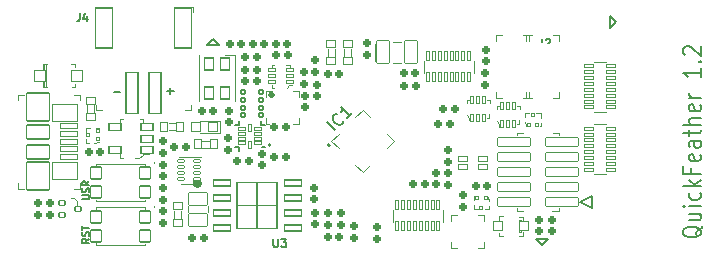
<source format=gbr>
G04 #@! TF.GenerationSoftware,KiCad,Pcbnew,(6.0.7)*
G04 #@! TF.CreationDate,2022-09-05T10:31:39-04:00*
G04 #@! TF.ProjectId,quickfeather-board,71756963-6b66-4656-9174-6865722d626f,rev?*
G04 #@! TF.SameCoordinates,Original*
G04 #@! TF.FileFunction,Legend,Top*
G04 #@! TF.FilePolarity,Positive*
%FSLAX46Y46*%
G04 Gerber Fmt 4.6, Leading zero omitted, Abs format (unit mm)*
G04 Created by KiCad (PCBNEW (6.0.7)) date 2022-09-05 10:31:39*
%MOMM*%
%LPD*%
G01*
G04 APERTURE LIST*
G04 Aperture macros list*
%AMRoundRect*
0 Rectangle with rounded corners*
0 $1 Rounding radius*
0 $2 $3 $4 $5 $6 $7 $8 $9 X,Y pos of 4 corners*
0 Add a 4 corners polygon primitive as box body*
4,1,4,$2,$3,$4,$5,$6,$7,$8,$9,$2,$3,0*
0 Add four circle primitives for the rounded corners*
1,1,$1+$1,$2,$3*
1,1,$1+$1,$4,$5*
1,1,$1+$1,$6,$7*
1,1,$1+$1,$8,$9*
0 Add four rect primitives between the rounded corners*
20,1,$1+$1,$2,$3,$4,$5,0*
20,1,$1+$1,$4,$5,$6,$7,0*
20,1,$1+$1,$6,$7,$8,$9,0*
20,1,$1+$1,$8,$9,$2,$3,0*%
G04 Aperture macros list end*
%ADD10C,0.150000*%
%ADD11C,0.200000*%
%ADD12C,0.100000*%
%ADD13C,0.120000*%
%ADD14C,0.127000*%
%ADD15C,0.400000*%
%ADD16RoundRect,0.070000X0.525000X-0.300000X0.525000X0.300000X-0.525000X0.300000X-0.525000X-0.300000X0*%
%ADD17RoundRect,0.051000X-0.450000X-0.475000X0.450000X-0.475000X0.450000X0.475000X-0.450000X0.475000X0*%
%ADD18RoundRect,0.198500X-0.172500X0.147500X-0.172500X-0.147500X0.172500X-0.147500X0.172500X0.147500X0*%
%ADD19RoundRect,0.051000X0.400000X0.400000X-0.400000X0.400000X-0.400000X-0.400000X0.400000X-0.400000X0*%
%ADD20RoundRect,0.051000X-0.550000X-0.950000X0.550000X-0.950000X0.550000X0.950000X-0.550000X0.950000X0*%
%ADD21RoundRect,0.198500X-0.147500X-0.172500X0.147500X-0.172500X0.147500X0.172500X-0.147500X0.172500X0*%
%ADD22RoundRect,0.198500X0.172500X-0.147500X0.172500X0.147500X-0.172500X0.147500X-0.172500X-0.147500X0*%
%ADD23C,1.102000*%
%ADD24RoundRect,0.198500X0.147500X0.172500X-0.147500X0.172500X-0.147500X-0.172500X0.147500X-0.172500X0*%
%ADD25RoundRect,0.050000X0.150000X-0.150000X0.150000X0.150000X-0.150000X0.150000X-0.150000X-0.150000X0*%
%ADD26RoundRect,0.051000X0.400000X-0.300000X0.400000X0.300000X-0.400000X0.300000X-0.400000X-0.300000X0*%
%ADD27C,1.778000*%
%ADD28RoundRect,0.051000X-0.750000X-1.700000X0.750000X-1.700000X0.750000X1.700000X-0.750000X1.700000X0*%
%ADD29RoundRect,0.051000X-0.500000X-1.750000X0.500000X-1.750000X0.500000X1.750000X-0.500000X1.750000X0*%
%ADD30RoundRect,0.051000X1.395000X-0.370000X1.395000X0.370000X-1.395000X0.370000X-1.395000X-0.370000X0*%
%ADD31RoundRect,0.051000X-0.450000X-0.500000X0.450000X-0.500000X0.450000X0.500000X-0.450000X0.500000X0*%
%ADD32RoundRect,0.051000X-0.175000X-0.175000X0.175000X-0.175000X0.175000X0.175000X-0.175000X0.175000X0*%
%ADD33RoundRect,0.051000X-0.800000X0.550000X-0.800000X-0.550000X0.800000X-0.550000X0.800000X0.550000X0*%
%ADD34RoundRect,0.051000X-0.275000X-0.125000X0.275000X-0.125000X0.275000X0.125000X-0.275000X0.125000X0*%
%ADD35RoundRect,0.051000X0.300000X0.400000X-0.300000X0.400000X-0.300000X-0.400000X0.300000X-0.400000X0*%
%ADD36RoundRect,0.050000X-0.150000X-0.150000X0.150000X-0.150000X0.150000X0.150000X-0.150000X0.150000X0*%
%ADD37RoundRect,0.051000X-0.300000X-0.400000X0.300000X-0.400000X0.300000X0.400000X-0.300000X0.400000X0*%
%ADD38RoundRect,0.051000X-0.325000X0.125000X-0.325000X-0.125000X0.325000X-0.125000X0.325000X0.125000X0*%
%ADD39RoundRect,0.051000X0.125000X0.325000X-0.125000X0.325000X-0.125000X-0.325000X0.125000X-0.325000X0*%
%ADD40C,1.626000*%
%ADD41RoundRect,0.051000X0.300000X-0.150000X0.300000X0.150000X-0.300000X0.150000X-0.300000X-0.150000X0*%
%ADD42RoundRect,0.051000X-0.150000X-0.300000X0.150000X-0.300000X0.150000X0.300000X-0.150000X0.300000X0*%
%ADD43RoundRect,0.051000X0.150000X-0.400000X0.150000X0.400000X-0.150000X0.400000X-0.150000X-0.400000X0*%
%ADD44C,3.403600*%
%ADD45RoundRect,0.051000X-0.400000X-0.150000X0.400000X-0.150000X0.400000X0.150000X-0.400000X0.150000X0*%
%ADD46RoundRect,0.051000X0.375000X-0.225000X0.375000X0.225000X-0.375000X0.225000X-0.375000X-0.225000X0*%
%ADD47C,2.162000*%
%ADD48RoundRect,0.050000X0.150000X0.150000X-0.150000X0.150000X-0.150000X-0.150000X0.150000X-0.150000X0*%
%ADD49RoundRect,0.051000X-0.400000X0.500000X-0.400000X-0.500000X0.400000X-0.500000X0.400000X0.500000X0*%
%ADD50RoundRect,0.051000X0.750000X-0.250000X0.750000X0.250000X-0.750000X0.250000X-0.750000X-0.250000X0*%
%ADD51RoundRect,0.051000X-0.850000X-1.000000X0.850000X-1.000000X0.850000X1.000000X-0.850000X1.000000X0*%
%ADD52RoundRect,0.051000X-0.255000X0.200000X-0.255000X-0.200000X0.255000X-0.200000X0.255000X0.200000X0*%
%ADD53RoundRect,0.051000X-0.690000X-0.225000X0.690000X-0.225000X0.690000X0.225000X-0.690000X0.225000X0*%
%ADD54RoundRect,0.051000X-0.950000X-1.187500X0.950000X-1.187500X0.950000X1.187500X-0.950000X1.187500X0*%
%ADD55RoundRect,0.051000X-0.950000X-0.587500X0.950000X-0.587500X0.950000X0.587500X-0.950000X0.587500X0*%
%ADD56RoundRect,0.051000X-1.050000X-0.737500X1.050000X-0.737500X1.050000X0.737500X-1.050000X0.737500X0*%
%ADD57C,0.342000*%
G04 APERTURE END LIST*
D10*
X129151428Y-113218571D02*
X128865714Y-113418571D01*
X129151428Y-113561428D02*
X128551428Y-113561428D01*
X128551428Y-113332857D01*
X128580000Y-113275714D01*
X128608571Y-113247142D01*
X128665714Y-113218571D01*
X128751428Y-113218571D01*
X128808571Y-113247142D01*
X128837142Y-113275714D01*
X128865714Y-113332857D01*
X128865714Y-113561428D01*
X129122857Y-112990000D02*
X129151428Y-112904285D01*
X129151428Y-112761428D01*
X129122857Y-112704285D01*
X129094285Y-112675714D01*
X129037142Y-112647142D01*
X128980000Y-112647142D01*
X128922857Y-112675714D01*
X128894285Y-112704285D01*
X128865714Y-112761428D01*
X128837142Y-112875714D01*
X128808571Y-112932857D01*
X128780000Y-112961428D01*
X128722857Y-112990000D01*
X128665714Y-112990000D01*
X128608571Y-112961428D01*
X128580000Y-112932857D01*
X128551428Y-112875714D01*
X128551428Y-112732857D01*
X128580000Y-112647142D01*
X128551428Y-112475714D02*
X128551428Y-112132857D01*
X129151428Y-112304285D02*
X128551428Y-112304285D01*
X136050000Y-100966666D02*
X136050000Y-100433333D01*
X136316666Y-100700000D02*
X135783333Y-100700000D01*
X131766666Y-100750000D02*
X131233333Y-100750000D01*
D11*
X181081728Y-112153600D02*
X181010300Y-112277409D01*
X180867442Y-112401219D01*
X180653157Y-112586933D01*
X180581728Y-112710742D01*
X180581728Y-112834552D01*
X180938871Y-112772647D02*
X180867442Y-112896457D01*
X180724585Y-113020266D01*
X180438871Y-113082171D01*
X179938871Y-113082171D01*
X179653157Y-113020266D01*
X179510300Y-112896457D01*
X179438871Y-112772647D01*
X179438871Y-112525028D01*
X179510300Y-112401219D01*
X179653157Y-112277409D01*
X179938871Y-112215504D01*
X180438871Y-112215504D01*
X180724585Y-112277409D01*
X180867442Y-112401219D01*
X180938871Y-112525028D01*
X180938871Y-112772647D01*
X179938871Y-111101219D02*
X180938871Y-111101219D01*
X179938871Y-111658361D02*
X180724585Y-111658361D01*
X180867442Y-111596457D01*
X180938871Y-111472647D01*
X180938871Y-111286933D01*
X180867442Y-111163123D01*
X180796014Y-111101219D01*
X180938871Y-110482171D02*
X179938871Y-110482171D01*
X179438871Y-110482171D02*
X179510300Y-110544076D01*
X179581728Y-110482171D01*
X179510300Y-110420266D01*
X179438871Y-110482171D01*
X179581728Y-110482171D01*
X180867442Y-109305980D02*
X180938871Y-109429790D01*
X180938871Y-109677409D01*
X180867442Y-109801219D01*
X180796014Y-109863123D01*
X180653157Y-109925028D01*
X180224585Y-109925028D01*
X180081728Y-109863123D01*
X180010300Y-109801219D01*
X179938871Y-109677409D01*
X179938871Y-109429790D01*
X180010300Y-109305980D01*
X180938871Y-108748838D02*
X179438871Y-108748838D01*
X180367442Y-108625028D02*
X180938871Y-108253600D01*
X179938871Y-108253600D02*
X180510300Y-108748838D01*
X180153157Y-107263123D02*
X180153157Y-107696457D01*
X180938871Y-107696457D02*
X179438871Y-107696457D01*
X179438871Y-107077409D01*
X180867442Y-106086933D02*
X180938871Y-106210742D01*
X180938871Y-106458361D01*
X180867442Y-106582171D01*
X180724585Y-106644076D01*
X180153157Y-106644076D01*
X180010300Y-106582171D01*
X179938871Y-106458361D01*
X179938871Y-106210742D01*
X180010300Y-106086933D01*
X180153157Y-106025028D01*
X180296014Y-106025028D01*
X180438871Y-106644076D01*
X180938871Y-104910742D02*
X180153157Y-104910742D01*
X180010300Y-104972647D01*
X179938871Y-105096457D01*
X179938871Y-105344076D01*
X180010300Y-105467885D01*
X180867442Y-104910742D02*
X180938871Y-105034552D01*
X180938871Y-105344076D01*
X180867442Y-105467885D01*
X180724585Y-105529790D01*
X180581728Y-105529790D01*
X180438871Y-105467885D01*
X180367442Y-105344076D01*
X180367442Y-105034552D01*
X180296014Y-104910742D01*
X179938871Y-104477409D02*
X179938871Y-103982171D01*
X179438871Y-104291695D02*
X180724585Y-104291695D01*
X180867442Y-104229790D01*
X180938871Y-104105980D01*
X180938871Y-103982171D01*
X180938871Y-103548838D02*
X179438871Y-103548838D01*
X180938871Y-102991695D02*
X180153157Y-102991695D01*
X180010300Y-103053600D01*
X179938871Y-103177409D01*
X179938871Y-103363123D01*
X180010300Y-103486933D01*
X180081728Y-103548838D01*
X180867442Y-101877409D02*
X180938871Y-102001219D01*
X180938871Y-102248838D01*
X180867442Y-102372647D01*
X180724585Y-102434552D01*
X180153157Y-102434552D01*
X180010300Y-102372647D01*
X179938871Y-102248838D01*
X179938871Y-102001219D01*
X180010300Y-101877409D01*
X180153157Y-101815504D01*
X180296014Y-101815504D01*
X180438871Y-102434552D01*
X180938871Y-101258361D02*
X179938871Y-101258361D01*
X180224585Y-101258361D02*
X180081728Y-101196457D01*
X180010300Y-101134552D01*
X179938871Y-101010742D01*
X179938871Y-100886933D01*
X180938871Y-98782171D02*
X180938871Y-99525028D01*
X180938871Y-99153600D02*
X179438871Y-99153600D01*
X179653157Y-99277409D01*
X179796014Y-99401219D01*
X179867442Y-99525028D01*
X180796014Y-98225028D02*
X180867442Y-98163123D01*
X180938871Y-98225028D01*
X180867442Y-98286933D01*
X180796014Y-98225028D01*
X180938871Y-98225028D01*
X179581728Y-97667885D02*
X179510300Y-97605980D01*
X179438871Y-97482171D01*
X179438871Y-97172647D01*
X179510300Y-97048838D01*
X179581728Y-96986933D01*
X179724585Y-96925028D01*
X179867442Y-96925028D01*
X180081728Y-96986933D01*
X180938871Y-97729790D01*
X180938871Y-96925028D01*
D10*
X128571428Y-109887142D02*
X129057142Y-109887142D01*
X129114285Y-109858571D01*
X129142857Y-109830000D01*
X129171428Y-109772857D01*
X129171428Y-109658571D01*
X129142857Y-109601428D01*
X129114285Y-109572857D01*
X129057142Y-109544285D01*
X128571428Y-109544285D01*
X129142857Y-109287142D02*
X129171428Y-109201428D01*
X129171428Y-109058571D01*
X129142857Y-109001428D01*
X129114285Y-108972857D01*
X129057142Y-108944285D01*
X129000000Y-108944285D01*
X128942857Y-108972857D01*
X128914285Y-109001428D01*
X128885714Y-109058571D01*
X128857142Y-109172857D01*
X128828571Y-109230000D01*
X128800000Y-109258571D01*
X128742857Y-109287142D01*
X128685714Y-109287142D01*
X128628571Y-109258571D01*
X128600000Y-109230000D01*
X128571428Y-109172857D01*
X128571428Y-109030000D01*
X128600000Y-108944285D01*
X129171428Y-108344285D02*
X128885714Y-108544285D01*
X129171428Y-108687142D02*
X128571428Y-108687142D01*
X128571428Y-108458571D01*
X128600000Y-108401428D01*
X128628571Y-108372857D01*
X128685714Y-108344285D01*
X128771428Y-108344285D01*
X128828571Y-108372857D01*
X128857142Y-108401428D01*
X128885714Y-108458571D01*
X128885714Y-108687142D01*
X128366666Y-94116666D02*
X128366666Y-94616666D01*
X128333333Y-94716666D01*
X128266666Y-94783333D01*
X128166666Y-94816666D01*
X128100000Y-94816666D01*
X129000000Y-94350000D02*
X129000000Y-94816666D01*
X128833333Y-94083333D02*
X128666666Y-94583333D01*
X129100000Y-94583333D01*
X167506566Y-96296066D02*
X167506566Y-96796066D01*
X167473233Y-96896066D01*
X167406566Y-96962733D01*
X167306566Y-96996066D01*
X167239900Y-96996066D01*
X167806566Y-96362733D02*
X167839900Y-96329400D01*
X167906566Y-96296066D01*
X168073233Y-96296066D01*
X168139900Y-96329400D01*
X168173233Y-96362733D01*
X168206566Y-96429400D01*
X168206566Y-96496066D01*
X168173233Y-96596066D01*
X167773233Y-96996066D01*
X168206566Y-96996066D01*
X144756666Y-113206666D02*
X144756666Y-113773333D01*
X144790000Y-113840000D01*
X144823333Y-113873333D01*
X144890000Y-113906666D01*
X145023333Y-113906666D01*
X145090000Y-113873333D01*
X145123333Y-113840000D01*
X145156666Y-113773333D01*
X145156666Y-113206666D01*
X145423333Y-113206666D02*
X145856666Y-113206666D01*
X145623333Y-113473333D01*
X145723333Y-113473333D01*
X145790000Y-113506666D01*
X145823333Y-113540000D01*
X145856666Y-113606666D01*
X145856666Y-113773333D01*
X145823333Y-113840000D01*
X145790000Y-113873333D01*
X145723333Y-113906666D01*
X145523333Y-113906666D01*
X145456666Y-113873333D01*
X145423333Y-113840000D01*
X150012366Y-104014308D02*
X149305259Y-103307201D01*
X150685801Y-103206186D02*
X150685801Y-103273530D01*
X150618458Y-103408217D01*
X150551114Y-103475560D01*
X150416427Y-103542904D01*
X150281740Y-103542904D01*
X150180725Y-103509232D01*
X150012366Y-103408217D01*
X149911351Y-103307201D01*
X149810336Y-103138843D01*
X149776664Y-103037827D01*
X149776664Y-102903140D01*
X149844007Y-102768453D01*
X149911351Y-102701110D01*
X150046038Y-102633766D01*
X150113381Y-102633766D01*
X151426580Y-102600094D02*
X151022519Y-103004156D01*
X151224549Y-102802125D02*
X150517443Y-102095018D01*
X150551114Y-102263377D01*
X150551114Y-102398064D01*
X150517443Y-102499079D01*
D12*
X133735300Y-103076700D02*
X133435300Y-103076700D01*
X133410300Y-106376700D02*
X133035300Y-106376700D01*
X133410300Y-106376700D02*
X133735300Y-106151700D01*
X131735300Y-103076700D02*
X132060300Y-103076700D01*
X133735300Y-103401700D02*
X133735300Y-103076700D01*
X131735300Y-106051700D02*
X131735300Y-106376700D01*
X131735300Y-103376700D02*
X131735300Y-103076700D01*
X133735300Y-106151700D02*
X133735300Y-106051700D01*
X133735300Y-106051700D02*
X134260300Y-106051700D01*
X131735300Y-106376700D02*
X132035300Y-106376700D01*
X125375000Y-98451700D02*
X125375000Y-100401700D01*
X125475000Y-98451700D02*
X125475000Y-100401700D01*
X127925000Y-100151700D02*
X127925000Y-100401700D01*
X127925000Y-100401700D02*
X127675000Y-100401700D01*
X125275000Y-98451700D02*
X125275000Y-100401700D01*
X127925000Y-98451700D02*
X127925000Y-98676700D01*
X125625000Y-100401700D02*
X125275000Y-100401700D01*
X125625000Y-98451700D02*
X125275000Y-98451700D01*
X127625000Y-98451700D02*
X127925000Y-98451700D01*
D13*
X140230000Y-104230000D02*
X140230000Y-104030000D01*
X140030000Y-104230000D02*
X138530000Y-104230000D01*
X140230000Y-104030000D02*
X140230000Y-103230000D01*
X140030000Y-104230000D02*
X140130000Y-104230000D01*
X140130000Y-104230000D02*
X140230000Y-104230000D01*
X140230000Y-103230000D02*
X138530000Y-103230000D01*
D12*
X155230000Y-96530000D02*
X154930000Y-96530000D01*
X155230000Y-98330000D02*
X155530000Y-98330000D01*
X153330000Y-96730000D02*
X153330000Y-98130000D01*
X155230000Y-98330000D02*
X154930000Y-98330000D01*
X155230000Y-96530000D02*
X155530000Y-96530000D01*
X129725000Y-105100000D02*
X129825000Y-105025000D01*
X129725000Y-103800000D02*
X130000000Y-103800000D01*
X128900000Y-103800000D02*
X129275000Y-103800000D01*
X130000000Y-103800000D02*
X130000000Y-103900000D01*
X128900000Y-104200000D02*
X128900000Y-103800000D01*
X128900000Y-104775000D02*
X128900000Y-105100000D01*
X128900000Y-105100000D02*
X129175000Y-105100000D01*
X129725000Y-105100000D02*
X129600000Y-105100000D01*
X129825000Y-105025000D02*
X129975000Y-105025000D01*
D13*
X149950000Y-97750000D02*
X149950000Y-97150000D01*
X149350000Y-97750000D02*
X149350000Y-97150000D01*
X151340000Y-97750000D02*
X151340000Y-97150000D01*
X150740000Y-97750000D02*
X150740000Y-97150000D01*
D10*
X168037000Y-113227000D02*
X166987000Y-113227000D01*
X166987000Y-113227000D02*
X167512000Y-113752000D01*
X167512000Y-113752000D02*
X168037000Y-113227000D01*
D12*
X137819100Y-102350000D02*
X137819100Y-101850000D01*
X129619100Y-93550000D02*
X130119100Y-93550000D01*
X129619100Y-93550000D02*
X129619100Y-94050000D01*
X137919100Y-93550000D02*
X137919100Y-94050000D01*
X137819100Y-102350000D02*
X137319100Y-102350000D01*
X137919100Y-93550000D02*
X137419100Y-93550000D01*
X129719100Y-102350000D02*
X130219100Y-102350000D01*
X129719100Y-102350000D02*
X129719100Y-101850000D01*
X165360000Y-104243600D02*
X165860000Y-104243600D01*
D11*
X170716000Y-110083600D02*
X171732000Y-110591600D01*
X171732000Y-110591600D02*
X171732000Y-109575600D01*
D12*
X168960000Y-110843600D02*
X168360000Y-110843600D01*
X168960000Y-104243600D02*
X168460000Y-104243600D01*
X165360000Y-110643600D02*
X165360000Y-110843600D01*
X165360000Y-104443600D02*
X165360000Y-104243600D01*
X165360000Y-110843600D02*
X165860000Y-110843600D01*
X168960000Y-104443600D02*
X168960000Y-104243600D01*
X168960000Y-110643600D02*
X168960000Y-110843600D01*
D11*
X171732000Y-109575600D02*
X170716000Y-110083600D01*
D13*
X129730000Y-106850000D02*
X133930000Y-106850000D01*
X129730000Y-110050000D02*
X133930000Y-110050000D01*
X129730000Y-110030000D02*
X129730000Y-109910000D01*
X133930000Y-106850000D02*
X133930000Y-106970000D01*
X129730000Y-106850000D02*
X129730000Y-106970000D01*
X133930000Y-110050000D02*
X133930000Y-109950000D01*
D14*
X134712250Y-106813200D02*
G75*
G03*
X134712250Y-106813200I-15650J0D01*
G01*
D15*
X144680000Y-101007000D02*
G75*
G03*
X144680000Y-101007000I-100000J0D01*
G01*
D13*
X137530000Y-110480000D02*
X137530000Y-110980000D01*
X139230000Y-110480000D02*
X139230000Y-110980000D01*
X136960000Y-108550000D02*
X138260000Y-108550000D01*
X136735000Y-106250000D02*
X138635000Y-106250000D01*
X139350000Y-104900000D02*
X138750000Y-104900000D01*
X139350000Y-105500000D02*
X138750000Y-105500000D01*
X136380000Y-111480000D02*
X136380000Y-110880000D01*
X136980000Y-111480000D02*
X136980000Y-110880000D01*
X129590000Y-102530000D02*
X129590000Y-101930000D01*
X128990000Y-102530000D02*
X128990000Y-101930000D01*
D12*
X166425000Y-102590000D02*
X166100000Y-102590000D01*
X167000000Y-102590000D02*
X167400000Y-102590000D01*
X167400000Y-103690000D02*
X167300000Y-103690000D01*
X167400000Y-102590000D02*
X167400000Y-102965000D01*
X166175000Y-103515000D02*
X166175000Y-103665000D01*
X166100000Y-102590000D02*
X166100000Y-102865000D01*
X166100000Y-103415000D02*
X166175000Y-103515000D01*
X166100000Y-103415000D02*
X166100000Y-103290000D01*
X167400000Y-103415000D02*
X167400000Y-103690000D01*
D13*
X135890000Y-104020000D02*
X136490000Y-104020000D01*
X135890000Y-103420000D02*
X136490000Y-103420000D01*
D10*
X141850000Y-105470000D02*
X141850000Y-105770000D01*
X141550000Y-103570000D02*
X141850000Y-103570000D01*
X143750000Y-103570000D02*
X143750000Y-103270000D01*
X141850000Y-103570000D02*
X141850000Y-103270000D01*
X141550000Y-105470000D02*
X141850000Y-105470000D01*
X144050000Y-103570000D02*
X143750000Y-103570000D01*
X144050000Y-105470000D02*
X143775000Y-105470000D01*
X144536158Y-105270000D02*
G75*
G03*
X144536158Y-105270000I-76158J0D01*
G01*
D12*
X166151000Y-95983000D02*
X166151000Y-96483000D01*
X168951000Y-101283000D02*
X168451000Y-101283000D01*
X168951000Y-95983000D02*
X168951000Y-96483000D01*
X166151000Y-101283000D02*
X166651000Y-101283000D01*
X166151000Y-101283000D02*
X166151000Y-100783000D01*
X166151000Y-95983000D02*
X166651000Y-95983000D01*
X168951000Y-95983000D02*
X168451000Y-95983000D01*
X168951000Y-101283000D02*
X168951000Y-100783000D01*
D13*
X129730000Y-110550000D02*
X133930000Y-110550000D01*
X129730000Y-113730000D02*
X129730000Y-113610000D01*
X133930000Y-110550000D02*
X133930000Y-110670000D01*
X133930000Y-113750000D02*
X133930000Y-113650000D01*
X129730000Y-110550000D02*
X129730000Y-110670000D01*
X129730000Y-113750000D02*
X133930000Y-113750000D01*
D14*
X134712250Y-110513200D02*
G75*
G03*
X134712250Y-110513200I-15650J0D01*
G01*
D12*
X144605000Y-100415000D02*
X144605000Y-100215000D01*
X146155000Y-98665000D02*
X146155000Y-98490000D01*
X146105000Y-100215000D02*
X146330000Y-100215000D01*
X146155000Y-98490000D02*
X145805000Y-98490000D01*
X145880000Y-100415000D02*
X146105000Y-100215000D01*
X144605000Y-98665000D02*
X144605000Y-98465000D01*
X144605000Y-98465000D02*
X144855000Y-98465000D01*
X144605000Y-100415000D02*
X144855000Y-100415000D01*
X163865000Y-103485000D02*
X163865000Y-103710000D01*
X165590000Y-103535000D02*
X165590000Y-103185000D01*
X165415000Y-103535000D02*
X165590000Y-103535000D01*
X163665000Y-101985000D02*
X163865000Y-101985000D01*
X163665000Y-101985000D02*
X163665000Y-102235000D01*
X165615000Y-101985000D02*
X165615000Y-102235000D01*
X163665000Y-103260000D02*
X163865000Y-103485000D01*
X165415000Y-101985000D02*
X165615000Y-101985000D01*
X163065000Y-101455000D02*
X163065000Y-101705000D01*
X163040000Y-103005000D02*
X163040000Y-102655000D01*
X161315000Y-102955000D02*
X161315000Y-103180000D01*
X161115000Y-102730000D02*
X161315000Y-102955000D01*
X161115000Y-101455000D02*
X161115000Y-101705000D01*
X162865000Y-103005000D02*
X163040000Y-103005000D01*
X162865000Y-101455000D02*
X163065000Y-101455000D01*
X161115000Y-101455000D02*
X161315000Y-101455000D01*
X166411100Y-95983600D02*
X165911100Y-95983600D01*
X163611100Y-101283600D02*
X163611100Y-100783600D01*
X163611100Y-101283600D02*
X164111100Y-101283600D01*
X163611100Y-95983600D02*
X164111100Y-95983600D01*
X163611100Y-95983600D02*
X163611100Y-96483600D01*
X166411100Y-95983600D02*
X166411100Y-96483600D01*
X166411100Y-101283600D02*
X165911100Y-101283600D01*
X166411100Y-101283600D02*
X166411100Y-100783600D01*
D13*
X159110000Y-110760000D02*
X159110000Y-111760000D01*
X154870000Y-110760000D02*
X154870000Y-111760000D01*
X172911000Y-102463000D02*
X171911000Y-102463000D01*
X172911000Y-98223000D02*
X171911000Y-98223000D01*
D12*
X163030000Y-110720000D02*
X163030000Y-110445000D01*
X161730000Y-109620000D02*
X161830000Y-109620000D01*
X162955000Y-109795000D02*
X162955000Y-109645000D01*
X161730000Y-110720000D02*
X161730000Y-110345000D01*
X162130000Y-110720000D02*
X161730000Y-110720000D01*
X162705000Y-110720000D02*
X163030000Y-110720000D01*
X163030000Y-109895000D02*
X162955000Y-109795000D01*
X163030000Y-109895000D02*
X163030000Y-110020000D01*
X161730000Y-109895000D02*
X161730000Y-109620000D01*
D13*
X140700000Y-97680000D02*
X141500000Y-97680000D01*
X138500000Y-97680000D02*
X138500000Y-101580000D01*
X141500000Y-97680000D02*
X141500000Y-101580000D01*
X157480000Y-98140000D02*
X157480000Y-99140000D01*
X161720000Y-98140000D02*
X161720000Y-99140000D01*
D12*
X144150000Y-100670000D02*
X144650000Y-100670000D01*
X146948100Y-103470000D02*
X146448100Y-103470000D01*
X146948100Y-100670000D02*
X146948100Y-101170000D01*
X146948100Y-100670000D02*
X146448100Y-100670000D01*
X144150000Y-100670000D02*
X144150000Y-101170000D01*
X144150000Y-103470000D02*
X144650000Y-103470000D01*
X144150000Y-103470000D02*
X144150000Y-102970000D01*
X146948100Y-103470000D02*
X146948100Y-102970000D01*
X159796000Y-114024000D02*
X160296000Y-114024000D01*
X159796000Y-111224000D02*
X160296000Y-111224000D01*
X159796000Y-114024000D02*
X159796000Y-113524000D01*
X162594100Y-111224000D02*
X162594100Y-111724000D01*
X159796000Y-111224000D02*
X159796000Y-111724000D01*
X162594100Y-114024000D02*
X162594100Y-113524000D01*
X162594100Y-114024000D02*
X162094100Y-114024000D01*
X162594100Y-111224000D02*
X162094100Y-111224000D01*
X165595300Y-111651700D02*
X165595300Y-112651700D01*
X165595300Y-112651700D02*
X165695300Y-112651700D01*
X165920300Y-111636700D02*
X165920300Y-111336700D01*
X165545300Y-112976700D02*
X165920300Y-112976700D01*
X163870300Y-111651700D02*
X163870300Y-111326700D01*
X165695300Y-112651700D02*
X165695300Y-111651700D01*
X163870300Y-111326700D02*
X164170300Y-111326700D01*
X165545300Y-111336700D02*
X165920300Y-111336700D01*
X164195300Y-112976700D02*
X163870300Y-112976700D01*
X163870300Y-112976700D02*
X163870300Y-112701700D01*
X165920300Y-112976700D02*
X165920300Y-112676700D01*
X165695300Y-111651700D02*
X165595300Y-111651700D01*
D10*
X139636000Y-96278000D02*
X139111000Y-96803000D01*
X139111000Y-96803000D02*
X140161000Y-96803000D01*
X140161000Y-96803000D02*
X139636000Y-96278000D01*
X173760000Y-94882000D02*
X173235000Y-94357000D01*
X173235000Y-95407000D02*
X173760000Y-94882000D01*
X173235000Y-94357000D02*
X173235000Y-95407000D01*
D13*
X172911000Y-107763000D02*
X171911000Y-107763000D01*
X172911000Y-103523000D02*
X171911000Y-103523000D01*
D15*
X138520000Y-108500000D02*
G75*
G03*
X138520000Y-108500000I-200000J0D01*
G01*
D12*
X128095060Y-109976700D02*
X128095060Y-110426700D01*
X127595060Y-109776700D02*
X127895060Y-109776700D01*
X128095060Y-110426700D02*
X128295060Y-110426700D01*
X127895060Y-109776700D02*
X128095060Y-109976700D01*
X123120000Y-101003600D02*
X123120000Y-101503600D01*
X128370000Y-109003600D02*
X127870000Y-109003600D01*
X123120000Y-109003600D02*
X123620000Y-109003600D01*
X123120000Y-109003600D02*
X123120000Y-108503600D01*
X123120000Y-101003600D02*
X123670000Y-101003600D01*
X128370000Y-101003600D02*
X127870000Y-101003600D01*
X128370000Y-101003600D02*
X128370000Y-101503600D01*
X128120000Y-103403600D02*
X126820000Y-103403600D01*
X128370000Y-109003600D02*
X128370000Y-108503600D01*
D13*
X152946018Y-106974561D02*
X152327300Y-107593279D01*
X152327300Y-107593279D02*
X151708582Y-106974561D01*
X151708582Y-102922839D02*
X152327300Y-102304121D01*
X151708582Y-102922839D02*
X152327300Y-102304121D01*
X149682721Y-104948700D02*
X150301439Y-104329982D01*
X152327300Y-102304121D02*
X152946018Y-102922839D01*
X154353161Y-105567418D02*
X154971879Y-104948700D01*
X152327300Y-102304121D02*
X152946018Y-102922839D01*
X154971879Y-104948700D02*
X154353161Y-104329982D01*
X152327300Y-102304121D02*
X152946018Y-102922839D01*
X149682721Y-104948700D02*
X150301439Y-105567418D01*
X151708582Y-102922839D02*
X152327300Y-102304121D01*
D11*
X149553618Y-105307910D02*
G75*
G03*
X149553618Y-105307910I-100000J0D01*
G01*
%LPC*%
D16*
X134085300Y-105676700D03*
X134085300Y-104726700D03*
X134085300Y-103776700D03*
X131385300Y-103776700D03*
X131385300Y-105676700D03*
D17*
X128175000Y-99426700D03*
X125025000Y-99426700D03*
D18*
X135400000Y-104975000D03*
X135400000Y-105945000D03*
D19*
X139680000Y-103730000D03*
X138180000Y-103730000D03*
D20*
X154025000Y-97430000D03*
X156435000Y-97430000D03*
D21*
X155805000Y-99210000D03*
X156775000Y-99210000D03*
D22*
X148430000Y-101135000D03*
X148430000Y-100165000D03*
D21*
X137885000Y-113110000D03*
X138855000Y-113110000D03*
D18*
X150470300Y-111066700D03*
X150470300Y-112036700D03*
X148220000Y-108895000D03*
X148220000Y-109865000D03*
D23*
X148160000Y-96710000D03*
X147140000Y-97720000D03*
D18*
X148250000Y-111035000D03*
X148250000Y-112005000D03*
D24*
X145796000Y-103723000D03*
X144826000Y-103723000D03*
D22*
X148300000Y-99085000D03*
X148300000Y-98115000D03*
X140980000Y-103330000D03*
X140980000Y-102360000D03*
D25*
X129875000Y-104800000D03*
X129875000Y-104100000D03*
X129025000Y-104450000D03*
D24*
X130110300Y-105826700D03*
X129140300Y-105826700D03*
D21*
X145005000Y-97670000D03*
X145975000Y-97670000D03*
D22*
X152660000Y-97635000D03*
X152660000Y-96665000D03*
D24*
X150325000Y-99230000D03*
X149355000Y-99230000D03*
D21*
X158715000Y-103520000D03*
X159685000Y-103520000D03*
D26*
X149650000Y-98150000D03*
X149650000Y-96750000D03*
D24*
X145800000Y-106320000D03*
X144830000Y-106320000D03*
D26*
X151040000Y-98150000D03*
X151040000Y-96750000D03*
D21*
X156625000Y-108590000D03*
X157595000Y-108590000D03*
D18*
X162720000Y-99185000D03*
X162720000Y-100155000D03*
D27*
X167537000Y-115187000D03*
X164997000Y-115187000D03*
X162457000Y-115187000D03*
X159917000Y-115187000D03*
X157377000Y-115187000D03*
X154837000Y-115187000D03*
X152297000Y-115187000D03*
X149757000Y-115187000D03*
X147217000Y-115187000D03*
X144677000Y-115187000D03*
X142137000Y-115187000D03*
X139597000Y-115187000D03*
X137047000Y-115187000D03*
X134507000Y-115187000D03*
X131967000Y-115187000D03*
X129427000Y-115187000D03*
D28*
X130419100Y-95350000D03*
X137119100Y-95350000D03*
D29*
X132769100Y-100900000D03*
X134769100Y-100900000D03*
D24*
X139685000Y-102420000D03*
X138715000Y-102420000D03*
D30*
X169195000Y-110083600D03*
X165125000Y-110083600D03*
X169195000Y-108813600D03*
X165125000Y-108813600D03*
X169195000Y-107543600D03*
X165125000Y-107543600D03*
X169195000Y-106273600D03*
X165125000Y-106273600D03*
X169195000Y-105003600D03*
X165125000Y-105003600D03*
D24*
X162875000Y-108740000D03*
X161905000Y-108740000D03*
X143355000Y-97790000D03*
X142385000Y-97790000D03*
D18*
X159570000Y-105725000D03*
X159570000Y-106695000D03*
D31*
X133880000Y-107650000D03*
X133880000Y-109250000D03*
X129780000Y-107650000D03*
X129780000Y-109250000D03*
D21*
X142385000Y-99850000D03*
X143355000Y-99850000D03*
D32*
X143675000Y-100810000D03*
X143675000Y-101460000D03*
X143675000Y-102110000D03*
X143675000Y-102760000D03*
X142225000Y-102760000D03*
X142225000Y-102110000D03*
X142225000Y-101460000D03*
X142225000Y-100810000D03*
D33*
X138380000Y-109830000D03*
X138380000Y-111630000D03*
D22*
X135390000Y-107935000D03*
X135390000Y-106965000D03*
D34*
X136935000Y-106650000D03*
X136935000Y-107150000D03*
X136935000Y-107650000D03*
X136935000Y-108150000D03*
X138285000Y-108150000D03*
X138285000Y-107650000D03*
X138285000Y-107150000D03*
X138285000Y-106650000D03*
D22*
X135380000Y-111865000D03*
X135380000Y-110895000D03*
X135400000Y-109925000D03*
X135400000Y-108955000D03*
D35*
X139750000Y-105200000D03*
X138350000Y-105200000D03*
D26*
X136680000Y-111880000D03*
X136680000Y-110480000D03*
X129290000Y-102930000D03*
X129290000Y-101530000D03*
D24*
X143345000Y-98900000D03*
X142375000Y-98900000D03*
D22*
X147480000Y-102055000D03*
X147480000Y-101085000D03*
D36*
X166400000Y-103565000D03*
X167100000Y-103565000D03*
X166750000Y-102715000D03*
D37*
X135490000Y-103720000D03*
X136890000Y-103720000D03*
D18*
X149360000Y-111055000D03*
X149360000Y-112025000D03*
D22*
X159560000Y-108625000D03*
X159560000Y-107655000D03*
D18*
X168380000Y-111615000D03*
X168380000Y-112585000D03*
X124800000Y-110205000D03*
X124800000Y-111175000D03*
X158520000Y-107645000D03*
X158520000Y-108615000D03*
D38*
X143500000Y-105145000D03*
X143500000Y-104750000D03*
X143500000Y-104350000D03*
X143500000Y-103950000D03*
D39*
X142800000Y-103800000D03*
D38*
X142100000Y-103950000D03*
X142100000Y-104350000D03*
X142100000Y-104750000D03*
X142100000Y-105145000D03*
D39*
X142800000Y-105240000D03*
D22*
X140901000Y-105678000D03*
X140901000Y-104708000D03*
X143841000Y-106978000D03*
X143841000Y-106008000D03*
D21*
X141696000Y-106623000D03*
X142666000Y-106623000D03*
D40*
X167551000Y-97383000D03*
X167531000Y-99923000D03*
D22*
X167270300Y-112586700D03*
X167270300Y-111616700D03*
D31*
X133880000Y-111350000D03*
X133880000Y-112950000D03*
X129780000Y-111350000D03*
X129780000Y-112950000D03*
D41*
X146130000Y-99940000D03*
X146130000Y-99440000D03*
X146130000Y-98940000D03*
X144630000Y-98940000D03*
X144630000Y-99440000D03*
X144630000Y-99940000D03*
D42*
X164140000Y-103510000D03*
X164640000Y-103510000D03*
X165140000Y-103510000D03*
X165140000Y-102010000D03*
X164640000Y-102010000D03*
X164140000Y-102010000D03*
X161590000Y-102980000D03*
X162090000Y-102980000D03*
X162590000Y-102980000D03*
X162590000Y-101480000D03*
X162090000Y-101480000D03*
X161590000Y-101480000D03*
D40*
X165011100Y-97383600D03*
X164991100Y-99923600D03*
D22*
X162730000Y-98185000D03*
X162730000Y-97215000D03*
D24*
X145955000Y-96750000D03*
X144985000Y-96750000D03*
D21*
X143015000Y-96740000D03*
X143985000Y-96740000D03*
D24*
X142025000Y-96750000D03*
X141055000Y-96750000D03*
D43*
X155240000Y-112160000D03*
X155740000Y-112160000D03*
X156240000Y-112160000D03*
X156740000Y-112160000D03*
X157240000Y-112160000D03*
X157740000Y-112160000D03*
X158240000Y-112160000D03*
X158740000Y-112160000D03*
X158740000Y-110360000D03*
X158240000Y-110360000D03*
X157740000Y-110360000D03*
X157240000Y-110360000D03*
X156740000Y-110360000D03*
X156240000Y-110360000D03*
X155740000Y-110360000D03*
X155240000Y-110360000D03*
D44*
X125655100Y-96089600D03*
X125655100Y-113869600D03*
X171375100Y-113869600D03*
X171375100Y-96089600D03*
D45*
X171511000Y-98593000D03*
X171511000Y-99093000D03*
X171511000Y-99593000D03*
X171511000Y-100093000D03*
X171511000Y-100593000D03*
X171511000Y-101093000D03*
X171511000Y-101593000D03*
X171511000Y-102093000D03*
X173311000Y-102093000D03*
X173311000Y-101593000D03*
X173311000Y-101093000D03*
X173311000Y-100593000D03*
X173311000Y-100093000D03*
X173311000Y-99593000D03*
X173311000Y-99093000D03*
X173311000Y-98593000D03*
D46*
X160840000Y-107170000D03*
X160840000Y-106470000D03*
X162540000Y-107170000D03*
X162540000Y-106460000D03*
D47*
X161690000Y-104980000D03*
D24*
X156815000Y-100260000D03*
X155845000Y-100260000D03*
X160135000Y-102250000D03*
X159165000Y-102250000D03*
D48*
X162730000Y-109745000D03*
X162030000Y-109745000D03*
X162380000Y-110595000D03*
D49*
X140700000Y-98380000D03*
X140700000Y-100880000D03*
X139300000Y-100880000D03*
X139300000Y-98380000D03*
D43*
X157850000Y-99540000D03*
X158350000Y-99540000D03*
X158850000Y-99540000D03*
X159350000Y-99540000D03*
X159850000Y-99540000D03*
X160350000Y-99540000D03*
X160850000Y-99540000D03*
X161350000Y-99540000D03*
X161350000Y-97740000D03*
X160850000Y-97740000D03*
X160350000Y-97740000D03*
X159850000Y-97740000D03*
X159350000Y-97740000D03*
X158850000Y-97740000D03*
X158350000Y-97740000D03*
X157850000Y-97740000D03*
D23*
X158530000Y-106490000D03*
D40*
X145550000Y-102070000D03*
X161196000Y-112624000D03*
D22*
X160850000Y-110515000D03*
X160850000Y-109545000D03*
D18*
X147350000Y-99125000D03*
X147350000Y-100095000D03*
D19*
X163770300Y-112151700D03*
X166020300Y-112151700D03*
D27*
X139611000Y-94843000D03*
X142151000Y-94843000D03*
X144691000Y-94843000D03*
X147231000Y-94843000D03*
X149771000Y-94843000D03*
X152311000Y-94843000D03*
X154851000Y-94843000D03*
X157391000Y-94843000D03*
X159931000Y-94843000D03*
X162471000Y-94843000D03*
X165011000Y-94843000D03*
X167551000Y-94843000D03*
X175195000Y-94857000D03*
X177711000Y-94843000D03*
X175195000Y-97383000D03*
X177711000Y-97383000D03*
X175171000Y-99923000D03*
X177711000Y-99923000D03*
X175195000Y-102463000D03*
X177711000Y-102463000D03*
X175171000Y-105003000D03*
X177711000Y-105003000D03*
X175195000Y-107543000D03*
X177711000Y-107543000D03*
X175171000Y-110083000D03*
X177711000Y-110083000D03*
X175171000Y-112623000D03*
X177711000Y-112623000D03*
D45*
X171511000Y-103893000D03*
X171511000Y-104393000D03*
X171511000Y-104893000D03*
X171511000Y-105393000D03*
X171511000Y-105893000D03*
X171511000Y-106393000D03*
X171511000Y-106893000D03*
X171511000Y-107393000D03*
X173311000Y-107393000D03*
X173311000Y-106893000D03*
X173311000Y-106393000D03*
X173311000Y-105893000D03*
X173311000Y-105393000D03*
X173311000Y-104893000D03*
X173311000Y-104393000D03*
X173311000Y-103893000D03*
D50*
X140400000Y-108495000D03*
X140400000Y-109765000D03*
X140400000Y-111035000D03*
X140400000Y-112305000D03*
X146400000Y-112305000D03*
X146400000Y-111035000D03*
X146400000Y-109765000D03*
X146400000Y-108495000D03*
D51*
X144250000Y-109400000D03*
X142550000Y-109400000D03*
X144250000Y-111400000D03*
X142550000Y-111400000D03*
D18*
X125870300Y-110216700D03*
X125870300Y-111186700D03*
D52*
X126895300Y-110201700D03*
X126895300Y-111201700D03*
X128195300Y-110701700D03*
D21*
X136360300Y-105426700D03*
X137330300Y-105426700D03*
D53*
X127480000Y-103703600D03*
X127480000Y-104353600D03*
X127480000Y-105003600D03*
X127480000Y-105653600D03*
X127480000Y-106303600D03*
D54*
X124820000Y-107916100D03*
D55*
X124820000Y-104166100D03*
X124820000Y-105841100D03*
D54*
X124820000Y-102091100D03*
D56*
X127120000Y-102541100D03*
X127120000Y-107466100D03*
D24*
X150330300Y-113101700D03*
X149360300Y-113101700D03*
D18*
X153495300Y-112241700D03*
X153495300Y-113211700D03*
X151570300Y-112166700D03*
X151570300Y-113136700D03*
D57*
X150347401Y-104948700D03*
X150630244Y-104665857D03*
X150913086Y-104383015D03*
X151195929Y-104100172D03*
X151478772Y-103817329D03*
X151761615Y-103534486D03*
X152044457Y-103251644D03*
X152327300Y-102968801D03*
X150630244Y-105231543D03*
X150913086Y-104948700D03*
X151195929Y-104665857D03*
X151478772Y-104383015D03*
X151761615Y-104100172D03*
X152044457Y-103817329D03*
X152327300Y-103534486D03*
X152610143Y-103251644D03*
X150913086Y-105514385D03*
X151195929Y-105231543D03*
X151478772Y-104948700D03*
X151761615Y-104665857D03*
X152044457Y-104383015D03*
X152327300Y-104100172D03*
X152610143Y-103817329D03*
X152892985Y-103534486D03*
X151195929Y-105797228D03*
X151478772Y-105514385D03*
X151761615Y-105231543D03*
X152044457Y-104948700D03*
X152327300Y-104665857D03*
X152610143Y-104383015D03*
X152892985Y-104100172D03*
X153175828Y-103817329D03*
X151478772Y-106080071D03*
X151761615Y-105797228D03*
X152044457Y-105514385D03*
X152327300Y-105231543D03*
X152610143Y-104948700D03*
X152892985Y-104665857D03*
X153175828Y-104383015D03*
X153458671Y-104100172D03*
X151761615Y-106362914D03*
X152044457Y-106080071D03*
X152327300Y-105797228D03*
X152610143Y-105514385D03*
X152892985Y-105231543D03*
X153175828Y-104948700D03*
X153458671Y-104665857D03*
X153741514Y-104383015D03*
X152044457Y-106645756D03*
X152327300Y-106362914D03*
X152610143Y-106080071D03*
X152892985Y-105797228D03*
X153175828Y-105514385D03*
X153458671Y-105231543D03*
X153741514Y-104948700D03*
X154024356Y-104665857D03*
X152327300Y-106928599D03*
X152610143Y-106645756D03*
X152892985Y-106362914D03*
X153175828Y-106080071D03*
X153458671Y-105797228D03*
X153741514Y-105514385D03*
X154024356Y-105231543D03*
X154307199Y-104948700D03*
M02*

</source>
